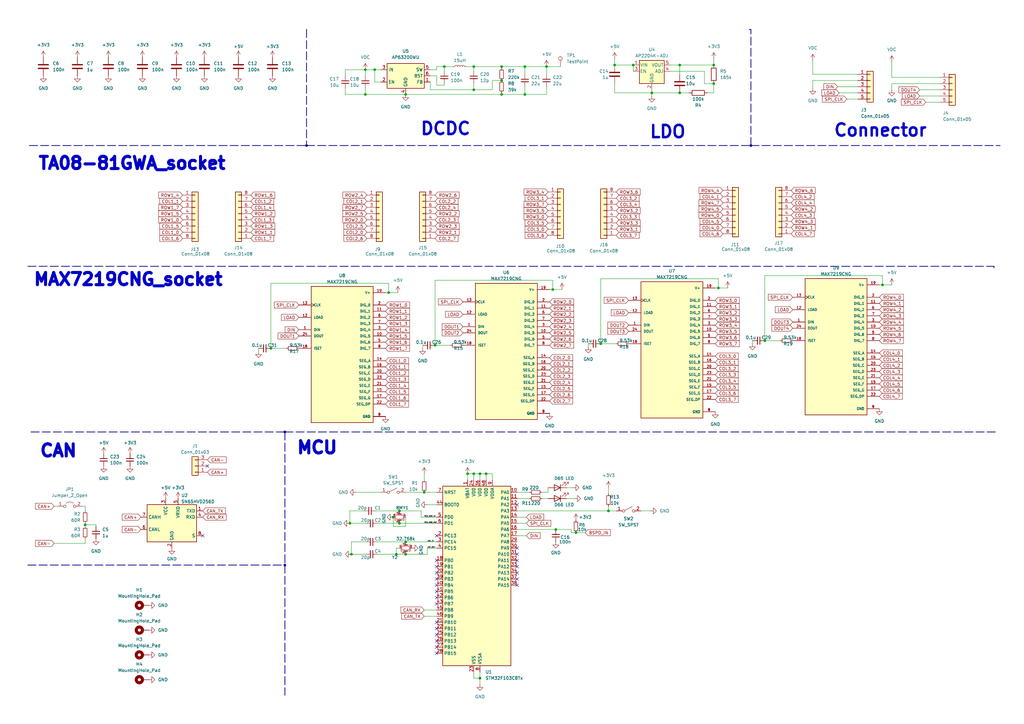
<source format=kicad_sch>
(kicad_sch (version 20230121) (generator eeschema)
  (paper "A3")
  (junction (at 278.765 26.67))
  (junction (at 149.86 38.735))
  (junction (at 116.84 231.775))
  (junction (at 163.83 214.63))
  (junction (at 313.69 139.7))
  (junction (at 267.335 38.1))
  (junction (at 144.145 227.33))
  (junction (at 196.85 278.13))
  (junction (at 227.965 217.17))
  (junction (at 182.245 27.305))
  (junction (at 246.38 140.97))
  (junction (at 196.85 194.31))
  (junction (at 159.385 120.015))
  (junction (at 194.31 27.305))
  (junction (at 194.31 36.83))
  (junction (at 162.56 227.33))
  (junction (at 143.51 214.63))
  (junction (at 215.265 27.305))
  (junction (at 361.95 116.84))
  (junction (at 173.99 201.93))
  (junction (at 149.86 28.575))
  (junction (at 191.77 194.31))
  (junction (at 194.31 194.31))
  (junction (at 111.125 142.875))
  (junction (at 292.735 26.67))
  (junction (at 199.39 194.31))
  (junction (at 205.74 27.305))
  (junction (at 178.435 141.605))
  (junction (at 236.22 218.44))
  (junction (at 249.555 209.55))
  (junction (at 294.64 118.11))
  (junction (at 166.37 222.25))
  (junction (at 292.735 34.29))
  (junction (at 166.37 227.33))
  (junction (at 259.715 26.67))
  (junction (at 215.265 38.735))
  (junction (at 252.095 26.67))
  (junction (at 34.925 215.265))
  (junction (at 161.29 212.09))
  (junction (at 116.84 177.165))
  (junction (at 163.83 209.55))
  (junction (at 153.67 28.575))
  (junction (at 205.74 33.02))
  (junction (at 307.975 59.69))
  (junction (at 226.695 118.745))
  (junction (at 205.74 38.735))
  (junction (at 125.73 59.69))
  (junction (at 278.765 38.1))
  (junction (at 224.155 27.305))
  (junction (at 166.37 38.735))
  (no_connect (at 85.09 191.135))
  (no_connect (at 212.09 207.01))
  (no_connect (at 179.07 237.49))
  (no_connect (at 179.07 255.27))
  (no_connect (at 179.07 234.95))
  (no_connect (at 179.07 245.11))
  (no_connect (at 179.07 232.41))
  (no_connect (at 212.09 234.95))
  (no_connect (at 179.07 219.71))
  (no_connect (at 179.07 247.65))
  (no_connect (at 212.09 229.87))
  (no_connect (at 179.07 257.81))
  (no_connect (at 179.07 240.03))
  (no_connect (at 212.09 232.41))
  (no_connect (at 212.09 237.49))
  (no_connect (at 179.07 260.35))
  (no_connect (at 212.09 240.03))
  (no_connect (at 212.09 227.33))
  (no_connect (at 179.07 265.43))
  (no_connect (at 179.07 267.97))
  (no_connect (at 212.09 224.79))
  (no_connect (at 179.07 229.87))
  (no_connect (at 179.07 242.57))
  (no_connect (at 83.185 219.71))
  (no_connect (at 179.07 262.89))
  (wire (pts (xy 163.83 209.55) (xy 172.72 209.55)))
  (wire (pts (xy 212.09 201.93) (xy 217.17 201.93)))
  (wire (pts (xy 166.37 222.25) (xy 179.07 222.25)))
  (wire (pts (xy 176.53 33.655) (xy 176.53 36.83)))
  (wire (pts (xy 224.155 27.305) (xy 229.87 27.305)))
  (wire (pts (xy 175.26 224.79) (xy 179.07 224.79)))
  (wire (pts (xy 201.93 33.02) (xy 205.74 33.02)))
  (wire (pts (xy 215.265 30.48) (xy 215.265 27.305)))
  (wire (pts (xy 278.765 38.1) (xy 282.575 38.1)))
  (wire (pts (xy 173.99 194.31) (xy 173.99 196.85)))
  (wire (pts (xy 234.315 218.44) (xy 236.22 218.44)))
  (wire (pts (xy 153.67 28.575) (xy 153.67 33.655)))
  (wire (pts (xy 294.64 114.3) (xy 246.38 114.3)))
  (wire (pts (xy 379.73 41.91) (xy 385.445 41.91)))
  (bus (pts (xy 407.67 109.22) (xy 407.67 109.855)))
  (bus (pts (xy 11.43 109.22) (xy 407.67 109.22)) (stroke (width 0) (type dash)))
  (wire (pts (xy 262.89 209.55) (xy 266.7 209.55)))
  (wire (pts (xy 154.94 222.25) (xy 166.37 222.25)))
  (wire (pts (xy 351.79 33.02) (xy 333.375 33.02)))
  (wire (pts (xy 141.605 28.575) (xy 149.86 28.575)))
  (wire (pts (xy 215.265 38.735) (xy 205.74 38.735)))
  (wire (pts (xy 226.695 118.745) (xy 230.505 118.745)))
  (bus (pts (xy 116.84 231.775) (xy 116.84 285.115)) (stroke (width 0) (type dash)))
  (wire (pts (xy 226.695 118.745) (xy 226.695 114.935)))
  (wire (pts (xy 278.765 26.67) (xy 278.765 30.48)))
  (wire (pts (xy 274.955 26.67) (xy 278.765 26.67)))
  (wire (pts (xy 143.51 214.63) (xy 149.86 214.63)))
  (wire (pts (xy 194.31 194.31) (xy 196.85 194.31)))
  (wire (pts (xy 361.95 116.84) (xy 365.76 116.84)))
  (wire (pts (xy 246.38 114.3) (xy 246.38 140.97)))
  (wire (pts (xy 267.335 36.83) (xy 267.335 38.1)))
  (wire (pts (xy 236.22 218.44) (xy 240.03 218.44)))
  (wire (pts (xy 166.37 212.09) (xy 166.37 215.9)))
  (wire (pts (xy 246.38 140.97) (xy 252.73 140.97)))
  (wire (pts (xy 173.355 141.605) (xy 173.355 142.875)))
  (wire (pts (xy 224.79 201.93) (xy 222.25 201.93)))
  (wire (pts (xy 215.265 35.56) (xy 215.265 38.735)))
  (wire (pts (xy 212.09 209.55) (xy 249.555 209.55)))
  (wire (pts (xy 377.19 36.83) (xy 385.445 36.83)))
  (wire (pts (xy 313.69 113.03) (xy 313.69 139.7)))
  (wire (pts (xy 199.39 194.31) (xy 201.93 194.31)))
  (wire (pts (xy 182.245 27.305) (xy 186.055 27.305)))
  (wire (pts (xy 144.145 227.33) (xy 144.145 222.25)))
  (wire (pts (xy 162.56 227.33) (xy 166.37 227.33)))
  (wire (pts (xy 179.07 34.925) (xy 182.245 34.925)))
  (wire (pts (xy 163.83 214.63) (xy 179.07 214.63)))
  (wire (pts (xy 194.31 278.13) (xy 196.85 278.13)))
  (wire (pts (xy 205.74 38.735) (xy 166.37 38.735)))
  (wire (pts (xy 199.39 194.31) (xy 199.39 196.85)))
  (wire (pts (xy 106.045 142.875) (xy 106.045 144.145)))
  (wire (pts (xy 161.29 215.9) (xy 161.29 212.09)))
  (wire (pts (xy 154.94 214.63) (xy 163.83 214.63)))
  (bus (pts (xy 125.73 59.69) (xy 307.975 59.69)) (stroke (width 0) (type dash)))
  (wire (pts (xy 141.605 38.735) (xy 149.86 38.735)))
  (wire (pts (xy 194.31 36.83) (xy 201.93 36.83)))
  (wire (pts (xy 343.535 35.56) (xy 351.79 35.56)))
  (wire (pts (xy 146.05 201.93) (xy 156.21 201.93)))
  (bus (pts (xy 116.84 177.165) (xy 408.94 177.165)) (stroke (width 0) (type dash)))
  (wire (pts (xy 172.72 212.09) (xy 172.72 209.55)))
  (wire (pts (xy 212.09 217.17) (xy 227.965 217.17)))
  (wire (pts (xy 196.85 275.59) (xy 196.85 278.13)))
  (wire (pts (xy 149.86 38.735) (xy 166.37 38.735)))
  (wire (pts (xy 172.72 212.09) (xy 179.07 212.09)))
  (wire (pts (xy 308.61 139.7) (xy 308.61 140.97)))
  (wire (pts (xy 252.095 38.1) (xy 267.335 38.1)))
  (wire (pts (xy 294.64 118.11) (xy 294.64 114.3)))
  (wire (pts (xy 162.56 224.79) (xy 162.56 227.33)))
  (bus (pts (xy 125.73 12.065) (xy 125.73 59.69)) (stroke (width 0) (type dash)))
  (bus (pts (xy 116.84 177.165) (xy 116.84 231.775)) (stroke (width 0) (type dash)))
  (wire (pts (xy 175.26 227.33) (xy 175.26 224.79)))
  (wire (pts (xy 22.225 207.645) (xy 23.495 207.645)))
  (wire (pts (xy 215.9 214.63) (xy 212.09 214.63)))
  (wire (pts (xy 292.735 24.13) (xy 292.735 26.67)))
  (wire (pts (xy 333.375 30.48) (xy 333.375 24.765)))
  (wire (pts (xy 196.85 278.13) (xy 196.85 280.67)))
  (wire (pts (xy 365.76 31.75) (xy 385.445 31.75)))
  (wire (pts (xy 33.655 207.645) (xy 34.925 207.645)))
  (wire (pts (xy 241.3 140.97) (xy 241.3 142.24)))
  (wire (pts (xy 267.335 38.1) (xy 267.335 39.37)))
  (wire (pts (xy 377.19 39.37) (xy 385.445 39.37)))
  (wire (pts (xy 252.095 34.29) (xy 252.095 38.1)))
  (wire (pts (xy 22.225 222.885) (xy 34.925 222.885)))
  (wire (pts (xy 179.07 27.305) (xy 179.07 28.575)))
  (wire (pts (xy 212.09 219.71) (xy 215.9 219.71)))
  (wire (pts (xy 179.07 27.305) (xy 182.245 27.305)))
  (wire (pts (xy 166.37 215.9) (xy 161.29 215.9)))
  (wire (pts (xy 225.425 118.745) (xy 226.695 118.745)))
  (wire (pts (xy 274.955 29.21) (xy 288.925 29.21)))
  (wire (pts (xy 333.375 30.48) (xy 351.79 30.48)))
  (wire (pts (xy 149.86 28.575) (xy 153.67 28.575)))
  (wire (pts (xy 249.555 209.55) (xy 252.73 209.55)))
  (wire (pts (xy 159.385 120.015) (xy 159.385 116.205)))
  (bus (pts (xy 12.7 177.165) (xy 116.84 177.165)) (stroke (width 0) (type dash)))
  (wire (pts (xy 153.67 33.655) (xy 156.21 33.655)))
  (wire (pts (xy 34.925 222.885) (xy 34.925 220.98)))
  (bus (pts (xy 11.43 231.775) (xy 116.84 231.775)) (stroke (width 0) (type dash)))
  (wire (pts (xy 205.74 38.1) (xy 205.74 38.735)))
  (wire (pts (xy 288.925 29.21) (xy 288.925 34.29)))
  (wire (pts (xy 292.735 38.1) (xy 292.735 34.29)))
  (wire (pts (xy 143.51 209.55) (xy 149.225 209.55)))
  (wire (pts (xy 182.245 34.925) (xy 182.245 34.29)))
  (wire (pts (xy 144.145 222.25) (xy 149.86 222.25)))
  (wire (pts (xy 290.195 38.1) (xy 292.735 38.1)))
  (wire (pts (xy 232.41 200.025) (xy 234.95 200.025)))
  (wire (pts (xy 196.85 194.31) (xy 199.39 194.31)))
  (wire (pts (xy 39.37 215.265) (xy 34.925 215.265)))
  (wire (pts (xy 191.77 194.31) (xy 191.77 196.85)))
  (wire (pts (xy 194.31 194.31) (xy 194.31 196.85)))
  (wire (pts (xy 159.385 116.205) (xy 111.125 116.205)))
  (wire (pts (xy 201.93 194.31) (xy 201.93 196.85)))
  (wire (pts (xy 111.125 142.875) (xy 117.475 142.875)))
  (wire (pts (xy 182.245 29.21) (xy 182.245 27.305)))
  (wire (pts (xy 361.95 116.84) (xy 361.95 113.03)))
  (wire (pts (xy 226.695 114.935) (xy 178.435 114.935)))
  (bus (pts (xy 307.975 59.69) (xy 410.21 59.69)) (stroke (width 0) (type dash)))
  (wire (pts (xy 232.41 204.47) (xy 235.585 204.47)))
  (wire (pts (xy 191.135 27.305) (xy 194.31 27.305)))
  (wire (pts (xy 224.155 35.56) (xy 224.155 38.735)))
  (wire (pts (xy 361.95 113.03) (xy 313.69 113.03)))
  (wire (pts (xy 163.83 224.79) (xy 162.56 224.79)))
  (wire (pts (xy 385.445 34.29) (xy 365.76 34.29)))
  (wire (pts (xy 143.51 214.63) (xy 143.51 209.55)))
  (wire (pts (xy 194.31 27.305) (xy 194.31 29.21)))
  (wire (pts (xy 294.64 118.11) (xy 298.45 118.11)))
  (wire (pts (xy 313.69 139.7) (xy 320.04 139.7)))
  (wire (pts (xy 234.315 217.17) (xy 234.315 218.44)))
  (wire (pts (xy 111.125 116.205) (xy 111.125 142.875)))
  (wire (pts (xy 159.385 120.015) (xy 163.195 120.015)))
  (wire (pts (xy 179.07 31.115) (xy 179.07 34.925)))
  (wire (pts (xy 365.76 31.75) (xy 365.76 25.4)))
  (wire (pts (xy 179.07 28.575) (xy 176.53 28.575)))
  (wire (pts (xy 365.76 34.29) (xy 365.76 36.83)))
  (bus (pts (xy 12.065 59.69) (xy 125.73 59.69)) (stroke (width 0) (type dash)))
  (wire (pts (xy 224.155 27.305) (xy 224.155 30.48)))
  (wire (pts (xy 227.965 217.17) (xy 234.315 217.17)))
  (wire (pts (xy 333.375 33.02) (xy 333.375 36.195)))
  (wire (pts (xy 360.68 116.84) (xy 361.95 116.84)))
  (wire (pts (xy 154.94 227.33) (xy 162.56 227.33)))
  (wire (pts (xy 249.555 200.025) (xy 249.555 202.565)))
  (wire (pts (xy 267.335 38.1) (xy 278.765 38.1)))
  (wire (pts (xy 347.345 40.64) (xy 351.79 40.64)))
  (wire (pts (xy 39.37 215.265) (xy 39.37 215.9)))
  (wire (pts (xy 212.09 204.47) (xy 217.17 204.47)))
  (wire (pts (xy 194.31 275.59) (xy 194.31 278.13)))
  (wire (pts (xy 176.53 36.83) (xy 194.31 36.83)))
  (wire (pts (xy 194.31 36.83) (xy 194.31 34.29)))
  (wire (pts (xy 178.435 114.935) (xy 178.435 141.605)))
  (wire (pts (xy 149.86 28.575) (xy 149.86 31.115)))
  (wire (pts (xy 158.115 120.015) (xy 159.385 120.015)))
  (wire (pts (xy 34.925 207.645) (xy 34.925 209.55)))
  (wire (pts (xy 293.37 118.11) (xy 294.64 118.11)))
  (wire (pts (xy 141.605 28.575) (xy 141.605 31.115)))
  (wire (pts (xy 205.74 27.94) (xy 205.74 27.305)))
  (wire (pts (xy 288.925 34.29) (xy 292.735 34.29)))
  (wire (pts (xy 344.17 38.1) (xy 351.79 38.1)))
  (wire (pts (xy 34.925 215.265) (xy 34.925 215.9)))
  (wire (pts (xy 173.99 201.93) (xy 179.07 201.93)))
  (wire (pts (xy 34.925 214.63) (xy 34.925 215.265)))
  (wire (pts (xy 215.265 38.735) (xy 224.155 38.735)))
  (wire (pts (xy 191.77 194.31) (xy 194.31 194.31)))
  (wire (pts (xy 141.605 36.195) (xy 141.605 38.735)))
  (wire (pts (xy 166.37 227.33) (xy 175.26 227.33)))
  (wire (pts (xy 149.86 36.195) (xy 149.86 38.735)))
  (wire (pts (xy 252.095 26.67) (xy 259.715 26.67)))
  (wire (pts (xy 252.095 24.13) (xy 252.095 26.67)))
  (wire (pts (xy 153.67 28.575) (xy 156.21 28.575)))
  (wire (pts (xy 278.765 26.67) (xy 292.735 26.67)))
  (wire (pts (xy 194.31 27.305) (xy 205.74 27.305)))
  (wire (pts (xy 173.99 252.73) (xy 179.07 252.73)))
  (wire (pts (xy 166.37 201.93) (xy 173.99 201.93)))
  (wire (pts (xy 259.715 26.67) (xy 259.715 29.21)))
  (wire (pts (xy 178.435 141.605) (xy 184.785 141.605)))
  (wire (pts (xy 222.25 204.47) (xy 224.79 204.47)))
  (wire (pts (xy 205.74 27.305) (xy 215.265 27.305)))
  (wire (pts (xy 249.555 209.55) (xy 249.555 207.645)))
  (wire (pts (xy 173.99 250.19) (xy 179.07 250.19)))
  (wire (pts (xy 175.26 207.01) (xy 179.07 207.01)))
  (wire (pts (xy 176.53 31.115) (xy 179.07 31.115)))
  (wire (pts (xy 154.305 209.55) (xy 163.83 209.55)))
  (wire (pts (xy 224.79 200.025) (xy 224.79 201.93)))
  (wire (pts (xy 201.93 36.83) (xy 201.93 33.02)))
  (wire (pts (xy 196.85 194.31) (xy 196.85 196.85)))
  (wire (pts (xy 144.145 227.33) (xy 149.86 227.33)))
  (bus (pts (xy 307.975 59.69) (xy 307.975 12.065)) (stroke (width 0) (type dash)))
  (wire (pts (xy 212.09 212.09) (xy 215.9 212.09)))
  (bus (pts (xy 307.34 12.065) (xy 307.975 12.065)) (stroke (width 0) (type dash)))
  (wire (pts (xy 215.265 27.305) (xy 224.155 27.305)))
  (text "Connector\n" (at 341.63 56.515 0) (effects (font (size 5 5) (thickness 1) bold) (justify left bottom)))
  (text "CAN" (at 15.875 187.96 0) (effects (font (size 5 5) (thickness 2) bold) (justify left bottom)))
  (text "MAX7219CNG_socket\n\n" (at 13.335 125.73 0) (effects (font (size 5 5) (thickness 2) bold) (justify left bottom)))
  (text "DCDC\n" (at 172.085 55.88 0) (effects (font (size 5 5) (thickness 1) bold) (justify left bottom)))
  (text "TA08-81GWA_socket\n\n" (at 15.24 78.105 0) (effects (font (size 5 5) (thickness 2) bold) (justify left bottom)))
  (text "LDO" (at 266.065 57.15 0) (effects (font (size 5 5) (thickness 1) bold) (justify left bottom)))
  (text "MCU\n" (at 121.285 186.69 0) (effects (font (size 5 5) (thickness 2) bold) (justify left bottom)))
  (label "LSE_IN" (at 175.26 222.25 0) (effects (font (size 0.5 0.5))))
  (label "RCC_OSC_OUT" (at 173.99 214.63 0) (effects (font (size 0.5 0.5))))
  (label "LSE_OUT" (at 175.26 224.79 0) (effects (font (size 0.5 0.5))))
  (label "RCC_OSC_IN" (at 173.99 212.09 0) (effects (font (size 0.5 0.5))))
  (global_label "ROW1_5" (shape input) (at 158.115 137.795 0) (property "Intersheetrefs" "${INTERSHEET_REFS}" (effects hide)))
  (global_label "ROW1_4" (shape input) (at 74.93 80.01 180) (property "Intersheetrefs" "${INTERSHEET_REFS}" (effects hide)))
  (global_label "SPI_CLK" (shape input) (at 122.555 125.095 180) (property "Intersheetrefs" "${INTERSHEET_REFS}" (effects hide)))
  (global_label "DOUT1" (shape input) (at 189.865 133.985 180) (property "Intersheetrefs" "${INTERSHEET_REFS}" (effects hide)))
  (global_label "COL3_5" (shape input) (at 224.79 91.44 180) (property "Intersheetrefs" "${INTERSHEET_REFS}" (effects hide)))
  (global_label "COL1_0" (shape input) (at 158.115 147.955 0) (property "Intersheetrefs" "${INTERSHEET_REFS}" (effects hide)))
  (global_label "COL2_6" (shape input) (at 150.495 97.79 180) (property "Intersheetrefs" "${INTERSHEET_REFS}" (effects hide)))
  (global_label "COL4_7" (shape input) (at 360.68 162.56 0) (property "Intersheetrefs" "${INTERSHEET_REFS}" (effects hide)))
  (global_label "ROW3_7" (shape input) (at 293.37 140.97 0) (property "Intersheetrefs" "${INTERSHEET_REFS}" (effects hide)))
  (global_label "ROW2_3" (shape input) (at 178.435 92.71 0) (property "Intersheetrefs" "${INTERSHEET_REFS}" (effects hide)))
  (global_label "ROW2_0" (shape input) (at 225.425 123.825 0) (property "Intersheetrefs" "${INTERSHEET_REFS}" (effects hide)))
  (global_label "COL1_2" (shape input) (at 158.115 153.035 0) (property "Intersheetrefs" "${INTERSHEET_REFS}" (effects hide)))
  (global_label "ROW1_6" (shape input) (at 158.115 140.335 0) (property "Intersheetrefs" "${INTERSHEET_REFS}" (effects hide)))
  (global_label "ROW3_0" (shape input) (at 224.79 88.9 180) (property "Intersheetrefs" "${INTERSHEET_REFS}" (effects hide)))
  (global_label "DOUT4" (shape input) (at 377.19 36.83 180) (property "Intersheetrefs" "${INTERSHEET_REFS}" (effects hide)))
  (global_label "COL3_6" (shape input) (at 224.79 96.52 180) (property "Intersheetrefs" "${INTERSHEET_REFS}" (effects hide)))
  (global_label "DIN" (shape input) (at 122.555 135.255 180) (property "Intersheetrefs" "${INTERSHEET_REFS}" (effects hide)))
  (global_label "LOAD" (shape input) (at 325.12 127 180) (property "Intersheetrefs" "${INTERSHEET_REFS}" (effects hide)))
  (global_label "LOAD" (shape input) (at 122.555 130.175 180) (property "Intersheetrefs" "${INTERSHEET_REFS}" (effects hide)))
  (global_label "COL2_4" (shape input) (at 178.435 85.09 0) (property "Intersheetrefs" "${INTERSHEET_REFS}" (effects hide)))
  (global_label "COL3_1" (shape input) (at 224.79 81.28 180) (property "Intersheetrefs" "${INTERSHEET_REFS}" (effects hide)))
  (global_label "ROW3_2" (shape input) (at 293.37 128.27 0) (property "Intersheetrefs" "${INTERSHEET_REFS}" (effects hide)))
  (global_label "ROW3_7" (shape input) (at 224.79 83.82 180) (property "Intersheetrefs" "${INTERSHEET_REFS}" (effects hide)))
  (global_label "SPI_CLK" (shape input) (at 379.73 41.91 180) (property "Intersheetrefs" "${INTERSHEET_REFS}" (effects hide)))
  (global_label "COL3_2" (shape input) (at 293.37 151.13 0) (property "Intersheetrefs" "${INTERSHEET_REFS}" (effects hide)))
  (global_label "COL2_6" (shape input) (at 225.425 161.925 0) (property "Intersheetrefs" "${INTERSHEET_REFS}" (effects hide)))
  (global_label "ROW3_6" (shape input) (at 293.37 138.43 0) (property "Intersheetrefs" "${INTERSHEET_REFS}" (effects hide)))
  (global_label "COL1_3" (shape input) (at 158.115 155.575 0) (property "Intersheetrefs" "${INTERSHEET_REFS}" (effects hide)))
  (global_label "DOUT3" (shape input) (at 325.12 132.08 180) (property "Intersheetrefs" "${INTERSHEET_REFS}" (effects hide)))
  (global_label "COL3_2" (shape input) (at 252.73 81.28 0) (property "Intersheetrefs" "${INTERSHEET_REFS}" (effects hide)))
  (global_label "CAN+" (shape input) (at 85.09 193.675 0) (property "Intersheetrefs" "${INTERSHEET_REFS}" (effects hide)))
  (global_label "ROW1_4" (shape input) (at 158.115 135.255 0) (property "Intersheetrefs" "${INTERSHEET_REFS}" (effects hide)))
  (global_label "COL4_4" (shape input) (at 360.68 154.94 0) (property "Intersheetrefs" "${INTERSHEET_REFS}" (effects hide)))
  (global_label "COL1_6" (shape input) (at 74.93 97.79 180) (property "Intersheetrefs" "${INTERSHEET_REFS}" (effects hide)))
  (global_label "ROW2_5" (shape input) (at 225.425 136.525 0) (property "Intersheetrefs" "${INTERSHEET_REFS}" (effects hide)))
  (global_label "CAN-" (shape input) (at 85.09 188.595 0) (property "Intersheetrefs" "${INTERSHEET_REFS}" (effects hide)))
  (global_label "ROW1_1" (shape input) (at 102.87 95.25 0) (property "Intersheetrefs" "${INTERSHEET_REFS}" (effects hide)))
  (global_label "CAN-" (shape input) (at 22.225 222.885 180) (property "Intersheetrefs" "${INTERSHEET_REFS}" (effects hide)))
  (global_label "ROW4_4" (shape input) (at 360.68 132.08 0) (property "Intersheetrefs" "${INTERSHEET_REFS}" (effects hide)))
  (global_label "COL3_4" (shape input) (at 293.37 156.21 0) (property "Intersheetrefs" "${INTERSHEET_REFS}" (effects hide)))
  (global_label "COL4_0" (shape input) (at 296.545 93.345 180) (property "Intersheetrefs" "${INTERSHEET_REFS}" (effects hide)))
  (global_label "COL4_4" (shape input) (at 324.485 83.185 0) (property "Intersheetrefs" "${INTERSHEET_REFS}" (effects hide)))
  (global_label "COL3_4" (shape input) (at 252.73 83.82 0) (property "Intersheetrefs" "${INTERSHEET_REFS}" (effects hide)))
  (global_label "COL1_5" (shape input) (at 158.115 160.655 0) (property "Intersheetrefs" "${INTERSHEET_REFS}" (effects hide)))
  (global_label "ROW3_3" (shape input) (at 252.73 91.44 0) (property "Intersheetrefs" "${INTERSHEET_REFS}" (effects hide)))
  (global_label "ROW1_3" (shape input) (at 102.87 92.71 0) (property "Intersheetrefs" "${INTERSHEET_REFS}" (effects hide)))
  (global_label "COL1_6" (shape input) (at 158.115 163.195 0) (property "Intersheetrefs" "${INTERSHEET_REFS}" (effects hide)))
  (global_label "COL1_4" (shape input) (at 102.87 85.09 0) (property "Intersheetrefs" "${INTERSHEET_REFS}" (effects hide)))
  (global_label "COL3_6" (shape input) (at 293.37 161.29 0) (property "Intersheetrefs" "${INTERSHEET_REFS}" (effects hide)))
  (global_label "ROW4_6" (shape input) (at 324.485 78.105 0) (property "Intersheetrefs" "${INTERSHEET_REFS}" (effects hide)))
  (global_label "DOUT3" (shape input) (at 257.81 135.89 180) (property "Intersheetrefs" "${INTERSHEET_REFS}" (effects hide)))
  (global_label "ROW1_1" (shape input) (at 158.115 127.635 0) (property "Intersheetrefs" "${INTERSHEET_REFS}" (effects hide)))
  (global_label "COL2_4" (shape input) (at 225.425 156.845 0) (property "Intersheetrefs" "${INTERSHEET_REFS}" (effects hide)))
  (global_label "ROW3_2" (shape input) (at 252.73 86.36 0) (property "Intersheetrefs" "${INTERSHEET_REFS}" (effects hide)))
  (global_label "ROW2_1" (shape input) (at 225.425 126.365 0) (property "Intersheetrefs" "${INTERSHEET_REFS}" (effects hide)))
  (global_label "ROW4_5" (shape input) (at 360.68 134.62 0) (property "Intersheetrefs" "${INTERSHEET_REFS}" (effects hide)))
  (global_label "CAN_TX" (shape input) (at 173.99 252.73 180) (property "Intersheetrefs" "${INTERSHEET_REFS}" (effects hide)))
  (global_label "ROW1_7" (shape input) (at 74.93 85.09 180) (property "Intersheetrefs" "${INTERSHEET_REFS}" (effects hide)))
  (global_label "COL3_5" (shape input) (at 293.37 158.75 0) (property "Intersheetrefs" "${INTERSHEET_REFS}" (effects hide)))
  (global_label "COL4_2" (shape input) (at 360.68 149.86 0) (property "Intersheetrefs" "${INTERSHEET_REFS}" (effects hide)))
  (global_label "COL3_0" (shape input) (at 293.37 146.05 0) (property "Intersheetrefs" "${INTERSHEET_REFS}" (effects hide)))
  (global_label "COL2_2" (shape input) (at 225.425 151.765 0) (property "Intersheetrefs" "${INTERSHEET_REFS}" (effects hide)))
  (global_label "LOAD" (shape input) (at 377.19 39.37 180) (property "Intersheetrefs" "${INTERSHEET_REFS}" (effects hide)))
  (global_label "ROW3_1" (shape input) (at 293.37 125.73 0) (property "Intersheetrefs" "${INTERSHEET_REFS}" (effects hide)))
  (global_label "COL2_1" (shape input) (at 150.495 82.55 180) (property "Intersheetrefs" "${INTERSHEET_REFS}" (effects hide)))
  (global_label "SPI_CLK" (shape input) (at 189.865 123.825 180) (property "Intersheetrefs" "${INTERSHEET_REFS}" (effects hide)))
  (global_label "COL4_5" (shape input) (at 296.545 90.805 180) (property "Intersheetrefs" "${INTERSHEET_REFS}" (effects hide)))
  (global_label "ROW3_5" (shape input) (at 224.79 86.36 180) (property "Intersheetrefs" "${INTERSHEET_REFS}" (effects hide)))
  (global_label "LOAD" (shape input) (at 189.865 128.905 180) (property "Intersheetrefs" "${INTERSHEET_REFS}" (effects hide)))
  (global_label "COL2_3" (shape input) (at 178.435 90.17 0) (property "Intersheetrefs" "${INTERSHEET_REFS}" (effects hide)))
  (global_label "ROW1_5" (shape input) (at 74.93 87.63 180) (property "Intersheetrefs" "${INTERSHEET_REFS}" (effects hide)))
  (global_label "COL4_7" (shape input) (at 324.485 95.885 0) (property "Intersheetrefs" "${INTERSHEET_REFS}" (effects hide)))
  (global_label "COL3_7" (shape input) (at 293.37 163.83 0) (property "Intersheetrefs" "${INTERSHEET_REFS}" (effects hide)))
  (global_label "LOAD" (shape input) (at 215.9 212.09 0) (property "Intersheetrefs" "${INTERSHEET_REFS}" (effects hide)))
  (global_label "DOUT2" (shape input) (at 257.81 133.35 180) (property "Intersheetrefs" "${INTERSHEET_REFS}" (effects hide)))
  (global_label "COL4_6" (shape input) (at 296.545 95.885 180) (property "Intersheetrefs" "${INTERSHEET_REFS}" (effects hide)))
  (global_label "ROW2_2" (shape input) (at 178.435 87.63 0) (property "Intersheetrefs" "${INTERSHEET_REFS}" (effects hide)))
  (global_label "ROW4_0" (shape input) (at 360.68 121.92 0) (property "Intersheetrefs" "${INTERSHEET_REFS}" (effects hide)))
  (global_label "ROW2_5" (shape input) (at 150.495 87.63 180) (property "Intersheetrefs" "${INTERSHEET_REFS}" (effects hide)))
  (global_label "SPI_CLK" (shape input) (at 257.81 123.19 180) (property "Intersheetrefs" "${INTERSHEET_REFS}" (effects hide)))
  (global_label "DIN" (shape input) (at 343.535 35.56 180) (property "Intersheetrefs" "${INTERSHEET_REFS}" (effects hide)))
  (global_label "ROW3_4" (shape input) (at 224.79 78.74 180) (property "Intersheetrefs" "${INTERSHEET_REFS}" (effects hide)))
  (global_label "CAN-" (shape input) (at 57.785 217.17 180) (property "Intersheetrefs" "${INTERSHEET_REFS}" (effects hide)))
  (global_label "COL2_5" (shape input) (at 225.425 159.385 0) (property "Intersheetrefs" "${INTERSHEET_REFS}" (effects hide)))
  (global_label "COL4_3" (shape input) (at 324.485 88.265 0) (property "Intersheetrefs" "${INTERSHEET_REFS}" (effects hide)))
  (global_label "COL1_2" (shape input) (at 102.87 82.55 0) (property "Intersheetrefs" "${INTERSHEET_REFS}" (effects hide)))
  (global_label "COL2_7" (shape input) (at 178.435 97.79 0) (property "Intersheetrefs" "${INTERSHEET_REFS}" (effects hide)))
  (global_label "ROW4_1" (shape input) (at 324.485 93.345 0) (property "Intersheetrefs" "${INTERSHEET_REFS}" (effects hide)))
  (global_label "CAN_RX" (shape input) (at 173.99 250.19 180) (property "Intersheetrefs" "${INTERSHEET_REFS}" (effects hide)))
  (global_label "SPI_CLK" (shape input) (at 325.12 121.92 180) (property "Intersheetrefs" "${INTERSHEET_REFS}" (effects hide)))
  (global_label "ROW3_6" (shape input) (at 252.73 78.74 0) (property "Intersheetrefs" "${INTERSHEET_REFS}" (effects hide)))
  (global_label "COL2_1" (shape input) (at 225.425 149.225 0) (property "Intersheetrefs" "${INTERSHEET_REFS}" (effects hide)))
  (global_label "COL4_0" (shape input) (at 360.68 144.78 0) (property "Intersheetrefs" "${INTERSHEET_REFS}" (effects hide)))
  (global_label "COL1_7" (shape input) (at 102.87 97.79 0) (property "Intersheetrefs" "${INTERSHEET_REFS}" (effects hide)))
  (global_label "ROW2_1" (shape input) (at 178.435 95.25 0) (property "Intersheetrefs" "${INTERSHEET_REFS}" (effects hide)))
  (global_label "ROW4_0" (shape input) (at 296.545 88.265 180) (property "Intersheetrefs" "${INTERSHEET_REFS}" (effects hide)))
  (global_label "ROW1_2" (shape input) (at 158.115 130.175 0) (property "Intersheetrefs" "${INTERSHEET_REFS}" (effects hide)))
  (global_label "DIN" (shape input) (at 215.9 219.71 0) (property "Intersheetrefs" "${INTERSHEET_REFS}" (effects hide)))
  (global_label "CAN_TX" (shape input) (at 83.185 209.55 0) (property "Intersheetrefs" "${INTERSHEET_REFS}" (effects hide)))
  (global_label "COL4_6" (shape input) (at 360.68 160.02 0) (property "Intersheetrefs" "${INTERSHEET_REFS}" (effects hide)))
  (global_label "COL3_3" (shape input) (at 293.37 153.67 0) (property "Intersheetrefs" "${INTERSHEET_REFS}" (effects hide)))
  (global_label "ROW2_0" (shape input) (at 150.495 90.17 180) (property "Intersheetrefs" "${INTERSHEET_REFS}" (effects hide)))
  (global_label "SPI_CLK" (shape input) (at 347.345 40.64 180) (property "Intersheetrefs" "${INTERSHEET_REFS}" (effects hide)))
  (global_label "ROW1_0" (shape input) (at 158.115 125.095 0) (property "Intersheetrefs" "${INTERSHEET_REFS}" (effects hide)))
  (global_label "ROW3_0" (shape input) (at 293.37 123.19 0) (property "Intersheetrefs" "${INTERSHEET_REFS}" (effects hide)))
  (global_label "COL1_7" (shape input) (at 158.115 165.735 0) (property "Intersheetrefs" "${INTERSHEET_REFS}" (effects hide)))
  (global_label "COL1_0" (shape input) (at 74.93 95.25 180) (property "Intersheetrefs" "${INTERSHEET_REFS}" (effects hide)))
  (global_label "COL1_1" (shape input) (at 74.93 82.55 180) (property "Intersheetrefs" "${INTERSHEET_REFS}" (effects hide)))
  (global_label "ROW4_3" (shape input) (at 360.68 129.54 0) (property "Intersheetrefs" "${INTERSHEET_REFS}" (effects hide)))
  (global_label "COL1_1" (shape input) (at 158.115 150.495 0) (property "Intersheetrefs" "${INTERSHEET_REFS}" (effects hide)))
  (global_label "ROW4_7" (shape input) (at 360.68 139.7 0) (property "Intersheetrefs" "${INTERSHEET_REFS}" (effects hide)))
  (global_label "ROW1_2" (shape input) (at 102.87 87.63 0) (property "Intersheetrefs" "${INTERSHEET_REFS}" (effects hide)))
  (global_label "ROW3_4" (shape input) (at 293.37 133.35 0) (property "Intersheetrefs" "${INTERSHEET_REFS}" (effects hide)))
  (global_label "COL2_2" (shape input) (at 178.435 82.55 0) (property "Intersheetrefs" "${INTERSHEET_REFS}" (effects hide)))
  (global_label "COL2_0" (shape input) (at 225.425 146.685 0) (property "Intersheetrefs" "${INTERSHEET_REFS}" (effects hide)))
  (global_label "LOAD" (shape input) (at 257.81 128.27 180) (property "Intersheetrefs" "${INTERSHEET_REFS}" (effects hide)))
  (global_label "ROW1_0" (shape input) (at 74.93 90.17 180) (property "Intersheetrefs" "${INTERSHEET_REFS}" (effects hide)))
  (global_label "CAN_RX" (shape input) (at 83.185 212.09 0) (property "Intersheetrefs" "${INTERSHEET_REFS}" (effects hide)))
  (global_label "BSPD_IN" (shape input) (at 240.03 218.44 0) (property "Intersheetrefs" "${INTERSHEET_REFS}" (effects hide)))
  (global_label "CAN+" (shape input) (at 57.785 212.09 180) (property "Intersheetrefs" "${INTERSHEET_REFS}" (effects hide)))
  (global_label "COL1_3" (shape input) (at 102.87 90.17 0) (property "Intersheetrefs" "${INTERSHEET_REFS}" (effects hide)))
  (global_label "ROW2_6" (shape input) (at 225.425 139.065 0) (property "Intersheetrefs" "${INTERSHEET_REFS}" (effects hide)))
  (global_label "COL1_4" (shape input) (at 158.115 158.115 0) (property "Intersheetrefs" "${INTERSHEET_REFS}" (effects hide)))
  (global_label "ROW1_6" (shape input) (at 102.87 80.01 0) (property "Intersheetrefs" "${INTERSHEET_REFS}" (effects hide)))
  (global_label "COL4_1" (shape input) (at 296.545 80.645 180) (property "Intersheetrefs" "${INTERSHEET_REFS}" (effects hide)))
  (global_label "ROW2_4" (shape input) (at 225.425 133.985 0) (property "Intersheetrefs" "${INTERSHEET_REFS}" (effects hide)))
  (global_label "ROW4_3" (shape input) (at 324.485 90.805 0) (property "Intersheetrefs" "${INTERSHEET_REFS}" (effects hide)))
  (global_label "ROW1_7" (shape input) (at 158.115 142.875 0) (property "Intersheetrefs" "${INTERSHEET_REFS}" (effects hide)))
  (global_label "COL2_3" (shape input) (at 225.425 154.305 0) (property "Intersheetrefs" "${INTERSHEET_REFS}" (effects hide)))
  (global_label "ROW4_2" (shape input) (at 360.68 127 0) (property "Intersheetrefs" "${INTERSHEET_REFS}" (effects hide)))
  (global_label "ROW4_4" (shape input) (at 296.545 78.105 180) (property "Intersheetrefs" "${INTERSHEET_REFS}" (effects hide)))
  (global_label "DOUT4" (shape input) (at 325.12 134.62 180) (property "Intersheetrefs" "${INTERSHEET_REFS}" (effects hide)))
  (global_label "ROW4_6" (shape input) (at 360.68 137.16 0) (property "Intersheetrefs" "${INTERSHEET_REFS}" (effects hide)))
  (global_label "ROW4_5" (shape input) (at 296.545 85.725 180) (property "Intersheetrefs" "${INTERSHEET_REFS}" (effects hide)))
  (global_label "ROW4_7" (shape input) (at 296.545 83.185 180) (property "Intersheetrefs" "${INTERSHEET_REFS}" (effects hide)))
  (global_label "ROW2_7" (shape input) (at 150.495 85.09 180) (property "Intersheetrefs" "${INTERSHEET_REFS}" (effects hide)))
  (global_label "ROW3_3" (shape input) (at 293.37 130.81 0) (property "Intersheetrefs" "${INTERSHEET_REFS}" (effects hide)))
  (global_label "ROW4_2" (shape input) (at 324.485 85.725 0) (property "Intersheetrefs" "${INTERSHEET_REFS}" (effects hide)))
  (global_label "COL1_5" (shape input) (at 74.93 92.71 180) (property "Intersheetrefs" "${INTERSHEET_REFS}" (effects hide)))
  (global_label "COL2_7" (shape input) (at 225.425 164.465 0) (property "Intersheetrefs" "${INTERSHEET_REFS}" (effects hide)))
  (global_label "ROW3_5" (shape input) (at 293.37 135.89 0) (property "Intersheetrefs" "${INTERSHEET_REFS}" (effects hide)))
  (global_label "COL4_3" (shape input) (at 360.68 152.4 0) (property "Intersheetrefs" "${INTERSHEET_REFS}" (effects hide)))
  (global_label "ROW4_1" (shape input) (at 360.68 124.46 0) (property "Intersheetrefs" "${INTERSHEET_REFS}" (effects hide)))
  (global_label "LOAD" (shape input) (at 344.17 38.1 180) (property "Intersheetrefs" "${INTERSHEET_REFS}" (effects hide)))
  (global_label "COL2_5" (shape input) (at 150.495 92.71 180) (property "Intersheetrefs" "${INTERSHEET_REFS}" (effects hide)))
  (global_label "COL4_5" (shape input) (at 360.68 157.48 0) (property "Intersheetrefs" "${INTERSHEET_REFS}" (effects hide)))
  (global_label "CAN+" (shape input) (at 22.225 207.645 180) (property "Intersheetrefs" "${INTERSHEET_REFS}" (effects hide)))
  (global_label "ROW2_3" (shape input) (at 225.425 131.445 0) (property "Intersheetrefs" "${INTERSHEET_REFS}" (effects hide)))
  (global_label "ROW2_7" (shape input) (at 225.425 141.605 0) (property "Intersheetrefs" "${INTERSHEET_REFS}" (effects hide)))
  (global_label "COL4_2" (shape input) (at 324.485 80.645 0) (property "Intersheetrefs" "${INTERSHEET_REFS}" (effects hide)))
  (global_label "COL2_0" (shape input) (at 150.495 95.25 180) (property "Intersheetrefs" "${INTERSHEET_REFS}" (effects hide)))
  (global_label "COL4_1" (shape input) (at 360.68 147.32 0) (property "Intersheetrefs" "${INTERSHEET_REFS}" (effects hide)))
  (global_label "ROW3_1" (shape input) (at 252.73 93.98 0) (property "Intersheetrefs" "${INTERSHEET_REFS}" (effects hide)))
  (global_label "SPI_CLK" (shape input) (at 215.9 214.63 0) (property "Intersheetrefs" "${INTERSHEET_REFS}" (effects hide)))
  (global_label "COL3_1" (shape input) (at 293.37 148.59 0) (property "Intersheetrefs" "${INTERSHEET_REFS}" (effects hide)))
  (global_label "COL3_7" (shape input) (at 252.73 96.52 0) (property "Intersheetrefs" "${INTERSHEET_REFS}" (effects hide)))
  (global_label "ROW2_4" (shape input) (at 150.495 80.01 180) (property "Intersheetrefs" "${INTERSHEET_REFS}" (effects hide)))
  (global_label "COL3_0" (shape input) (at 224.79 93.98 180) (property "Intersheetrefs" "${INTERSHEET_REFS}" (effects hide)))
  (global_label "ROW2_6" (shape input) (at 178.435 80.01 0) (property "Intersheetrefs" "${INTERSHEET_REFS}" (effects hide)))
  (global_label "DOUT2" (shape input) (at 189.865 136.525 180) (property "Intersheetrefs" "${INTERSHEET_REFS}" (effects hide)))
  (global_label "ROW2_2" (shape input) (at 225.425 128.905 0) (property "Intersheetrefs" "${INTERSHEET_REFS}" (effects hide)))
  (global_label "COL3_3" (shape input) (at 252.73 88.9 0) (property "Intersheetrefs" "${INTERSHEET_REFS}" (effects hide)))
  (global_label "DOUT1" (shape input) (at 122.555 137.795 180) (property "Intersheetrefs" "${INTERSHEET_REFS}" (effects hide)))
  (global_label "ROW1_3" (shape input) (at 158.115 132.715 0) (property "Intersheetrefs" "${INTERSHEET_REFS}" (effects hide)))
  (symbol (lib_id "power:+3V3") (at 111.76 23.495 0) (unit 1)
    (property "Reference" "#PWR032" (effects hide))
    (property "Value" "+3V3" (at 111.76 19.05 0))
  )
  (symbol (lib_id "Device:C_Small") (at 215.265 33.02 0) (unit 1)
    (property "Reference" "C21" (at 217.805 31.7563 0) (effects (justify left)))
    (property "Value" "22u" (at 217.805 34.2963 0) (effects (justify left)))
    (property "Footprint" "Capacitor_SMD:C_0805_2012Metric" (effects hide))
  )
  (symbol (lib_id "Device:C_Small") (at 311.15 139.7 270) (unit 1)
    (property "Reference" "C29" (at 314.325 138.43 90))
    (property "Value" "0.1u" (at 307.975 138.43 90))
    (property "Footprint" "Capacitor_SMD:C_0603_1608Metric" (effects hide))
  )
  (symbol (lib_id "Device:C_Small") (at 42.545 188.595 0) (unit 1)
    (property "Reference" "C23" (at 45.085 187.3313 0) (effects (justify left)))
    (property "Value" "100n" (at 45.085 189.8713 0) (effects (justify left)))
    (property "Footprint" "Capacitor_SMD:C_0603_1608Metric" (effects hide))
  )
  (symbol (lib_id "power:+5V") (at 298.45 118.11 0) (unit 1)
    (property "Reference" "#PWR068" (effects hide))
    (property "Value" "+5V" (at 298.45 113.03 0))
  )
  (symbol (lib_id "Device:R") (at 292.735 30.48 0) (unit 1)
    (property "Reference" "R5" (at 295.275 29.21 0) (effects (justify left)))
    (property "Value" "165k" (at 295.275 31.75 0) (effects (justify left)))
    (property "Footprint" "Resistor_SMD:R_0603_1608Metric" (effects hide))
  )
  (symbol (lib_id "power:GND") (at 53.34 191.135 0) (mirror y) (unit 1)
    (property "Reference" "#PWR048" (effects hide))
    (property "Value" "GND" (at 53.34 196.215 0))
  )
  (symbol (lib_id "power:GND") (at 227.965 222.25 0) (unit 1)
    (property "Reference" "#PWR035" (effects hide))
    (property "Value" "GND" (at 227.965 226.695 0))
  )
  (symbol (lib_id "power:+5V") (at 97.79 23.495 0) (unit 1)
    (property "Reference" "#PWR030" (effects hide))
    (property "Value" "+5V" (at 97.79 19.05 0))
  )
  (symbol (lib_id "MAX7219CNG:MAX7219CNG") (at 140.335 145.415 0) (unit 1)
    (property "Reference" "U8" (at 140.335 113.03 0))
    (property "Value" "MAX7219CNG" (at 140.335 115.57 0))
    (property "Footprint" "Package_DIP:DIP-24_W7.62mm_Socket" (effects hide))
    (property "MF" "Analog Devices" (effects hide))
    (property "MAXIMUM_PACKAGE_HEIGHT" "4.57mm" (effects hide))
    (property "CREATOR" "DIZAR" (effects hide))
    (property "Price" "None" (effects hide))
    (property "Package" "DIP-24 Maxim Integrated" (effects hide))
    (property "Check_prices" "https://www.snapeda.com/parts/MAX7219CNG/Analog+Devices/view-part/?ref=eda" (effects hide))
    (property "STANDARD" "IPC-7351B" (effects hide))
    (property "PARTREV" "6" (effects hide))
    (property "SnapEDA_Link" "https://www.snapeda.com/parts/MAX7219CNG/Analog+Devices/view-part/?ref=snap" (effects hide))
    (property "MP" "MAX7219CNG" (effects hide))
    (property "Description" "\n                        \n                            IC DRVR 7 SEGMENT 8 DIGIT 24DIP\n                        \n" (effects hide))
    (property "MANUFACTURER" "Analog Devices" (effects hide))
    (property "Availability" "In Stock" (effects hide))
    (property "SNAPEDA_PN" "MAX7219CNG" (effects hide))
  )
  (symbol (lib_id "MAX7219CNG:MAX7219CNG") (at 342.9 142.24 0) (unit 1)
    (property "Reference" "U9" (at 342.9 109.855 0))
    (property "Value" "MAX7219CNG" (at 342.9 112.395 0))
    (property "Footprint" "Package_DIP:DIP-24_W7.62mm_Socket" (effects hide))
    (property "MF" "Analog Devices" (effects hide))
    (property "MAXIMUM_PACKAGE_HEIGHT" "4.57mm" (effects hide))
    (property "CREATOR" "DIZAR" (effects hide))
    (property "Price" "None" (effects hide))
    (property "Package" "DIP-24 Maxim Integrated" (effects hide))
    (property "Check_prices" "https://www.snapeda.com/parts/MAX7219CNG/Analog+Devices/view-part/?ref=eda" (effects hide))
    (property "STANDARD" "IPC-7351B" (effects hide))
    (property "PARTREV" "6" (effects hide))
    (property "SnapEDA_Link" "https://www.snapeda.com/parts/MAX7219CNG/Analog+Devices/view-part/?ref=snap" (effects hide))
    (property "MP" "MAX7219CNG" (effects hide))
    (property "Description" "\n                        \n                            IC DRVR 7 SEGMENT 8 DIGIT 24DIP\n                        \n" (effects hide))
    (property "MANUFACTURER" "Analog Devices" (effects hide))
    (property "Availability" "In Stock" (effects hide))
    (property "SNAPEDA_PN" "MAX7219CNG" (effects hide))
  )
  (symbol (lib_id "Device:R_Small") (at 236.22 215.9 0) (unit 1)
    (property "Reference" "R6" (at 240.03 215.265 0) (effects (justify right)))
    (property "Value" "10k" (at 240.665 217.17 0) (effects (justify right)))
    (property "Footprint" "Resistor_SMD:R_0603_1608Metric" (effects hide))
  )
  (symbol (lib_id "power:GND") (at 168.91 224.79 90) (unit 1)
    (property "Reference" "#PWR07" (effects hide))
    (property "Value" "GND" (at 172.72 223.52 0) (effects (justify right)))
  )
  (symbol (lib_id "Device:C_Small") (at 149.86 33.655 0) (mirror y) (unit 1)
    (property "Reference" "C18" (at 147.32 32.3913 0) (effects (justify left)))
    (property "Value" "10u" (at 147.32 34.9313 0) (effects (justify left)))
    (property "Footprint" "Capacitor_SMD:C_0805_2012Metric" (effects hide))
  )
  (symbol (lib_id "power:GND") (at 266.7 209.55 90) (unit 1)
    (property "Reference" "#PWR043" (effects hide))
    (property "Value" "GND" (at 270.51 209.55 90) (effects (justify right)))
  )
  (symbol (lib_id "Connector_Generic:Conn_01x08") (at 229.87 86.36 0) (unit 1)
    (property "Reference" "J10" (at 227.965 100.965 0) (effects (justify left)))
    (property "Value" "Conn_01x08" (at 224.155 102.87 0) (effects (justify left)))
    (property "Footprint" "Connector_PinSocket_2.54mm:PinSocket_1x08_P2.54mm_Vertical" (effects hide))
  )
  (symbol (lib_id "Mechanical:MountingHole_Pad") (at 58.42 248.285 90) (unit 1)
    (property "Reference" "H1" (at 57.15 241.935 90))
    (property "Value" "MountingHole_Pad" (at 57.15 244.475 90))
    (property "Footprint" "MountingHole:MountingHole_3.2mm_M3_ISO14580_Pad" (effects hide))
  )
  (symbol (lib_id "Device:R_Small") (at 219.71 201.93 90) (unit 1)
    (property "Reference" "R9" (at 213.995 200.66 90) (effects (justify right)))
    (property "Value" "220" (at 217.17 200.025 90) (effects (justify right)))
    (property "Footprint" "Resistor_SMD:R_0603_1608Metric" (effects hide))
  )
  (symbol (lib_id "power:GND") (at 60.96 268.605 90) (unit 1)
    (property "Reference" "#PWR015" (effects hide))
    (property "Value" "GND" (at 64.77 268.605 90) (effects (justify right)))
  )
  (symbol (lib_id "power:VDC") (at 365.76 25.4 0) (unit 1)
    (property "Reference" "#PWR046" (effects hide))
    (property "Value" "VDC" (at 365.76 20.32 0))
  )
  (symbol (lib_id "Device:C_Small") (at 175.895 141.605 270) (unit 1)
    (property "Reference" "C26" (at 179.07 140.335 90))
    (property "Value" "0.1u" (at 172.72 140.335 90))
    (property "Footprint" "Capacitor_SMD:C_0603_1608Metric" (effects hide))
  )
  (symbol (lib_id "power:GND") (at 60.96 278.765 90) (unit 1)
    (property "Reference" "#PWR016" (effects hide))
    (property "Value" "GND" (at 64.77 278.765 90) (effects (justify right)))
  )
  (symbol (lib_id "Device:C_Small") (at 152.4 227.33 270) (unit 1)
    (property "Reference" "C4" (at 154.94 226.06 90))
    (property "Value" "20p" (at 149.86 228.6 90))
    (property "Footprint" "Capacitor_SMD:C_0603_1608Metric" (effects hide))
  )
  (symbol (lib_id "power:GND") (at 225.425 169.545 0) (unit 1)
    (property "Reference" "#PWR061" (effects hide))
    (property "Value" "GND" (at 225.425 174.625 0))
  )
  (symbol (lib_id "power:+3V3") (at 44.45 23.495 0) (unit 1)
    (property "Reference" "#PWR022" (effects hide))
    (property "Value" "+3V3" (at 44.45 18.415 0))
  )
  (symbol (lib_id "power:GND") (at 333.375 36.195 0) (unit 1)
    (property "Reference" "#PWR044" (effects hide))
    (property "Value" "GND" (at 333.375 41.275 0))
  )
  (symbol (lib_id "Connector_Generic:Conn_01x08") (at 173.355 90.17 180) (unit 1)
    (property "Reference" "J15" (at 173.355 101.6 0))
    (property "Value" "Conn_01x08" (at 173.355 104.14 0))
    (property "Footprint" "Connector_PinSocket_2.54mm:PinSocket_1x08_P2.54mm_Vertical" (effects hide))
  )
  (symbol (lib_id "power:+3V3") (at 72.39 23.495 0) (unit 1)
    (property "Reference" "#PWR026" (effects hide))
    (property "Value" "+3V3" (at 72.39 18.415 0))
  )
  (symbol (lib_id "Connector:TestPoint") (at 229.87 27.305 0) (unit 1)
    (property "Reference" "TP1" (at 232.41 22.733 0) (effects (justify left)))
    (property "Value" "TestPoint" (at 232.41 25.273 0) (effects (justify left)))
    (property "Footprint" "TestPoint:TestPoint_THTPad_D1.5mm_Drill0.7mm" (effects hide))
  )
  (symbol (lib_id "power:GND") (at 235.585 204.47 90) (unit 1)
    (property "Reference" "#PWR049" (effects hide))
    (property "Value" "GND" (at 239.395 204.47 90) (effects (justify right)))
  )
  (symbol (lib_id "power:+3V3") (at 73.025 204.47 0) (unit 1)
    (property "Reference" "#PWR012" (effects hide))
    (property "Value" "+3V3" (at 73.025 200.025 0))
  )
  (symbol (lib_id "Device:R_Small") (at 187.325 141.605 90) (unit 1)
    (property "Reference" "R15" (at 186.055 142.875 90) (effects (justify right)))
    (property "Value" "9.53k" (at 186.055 140.335 90) (effects (justify right)))
    (property "Footprint" "Resistor_SMD:R_0603_1608Metric" (effects hide))
  )
  (symbol (lib_id "Connector_Generic:Conn_01x08") (at 97.79 90.17 180) (unit 1)
    (property "Reference" "J14" (at 97.79 101.6 0))
    (property "Value" "Conn_01x08" (at 97.79 104.14 0))
    (property "Footprint" "Connector_PinSocket_2.54mm:PinSocket_1x08_P2.54mm_Vertical" (effects hide))
  )
  (symbol (lib_id "Mechanical:MountingHole_Pad") (at 58.42 268.605 90) (unit 1)
    (property "Reference" "H3" (at 57.15 262.255 90))
    (property "Value" "MountingHole_Pad" (at 57.15 264.795 90))
    (property "Footprint" "MountingHole:MountingHole_3.2mm_M3_ISO14580_Pad" (effects hide))
  )
  (symbol (lib_id "power:+5V") (at 42.545 186.055 0) (unit 1)
    (property "Reference" "#PWR052" (effects hide))
    (property "Value" "+5V" (at 42.545 181.61 0))
  )
  (symbol (lib_id "Device:C") (at 58.42 27.305 0) (unit 1)
    (property "Reference" "C9" (at 62.23 26.035 0) (effects (justify left)))
    (property "Value" "100n" (at 62.23 28.575 0) (effects (justify left)))
    (property "Footprint" "Resistor_SMD:R_0603_1608Metric" (effects hide))
  )
  (symbol (lib_id "Device:C") (at 72.39 27.305 0) (unit 1)
    (property "Reference" "C10" (at 76.2 26.035 0) (effects (justify left)))
    (property "Value" "100n" (at 76.2 28.575 0) (effects (justify left)))
    (property "Footprint" "Resistor_SMD:R_0603_1608Metric" (effects hide))
  )
  (symbol (lib_id "power:GND") (at 293.37 168.91 0) (unit 1)
    (property "Reference" "#PWR067" (effects hide))
    (property "Value" "GND" (at 293.37 173.99 0))
  )
  (symbol (lib_id "power:GND") (at 58.42 31.115 0) (unit 1)
    (property "Reference" "#PWR025" (effects hide))
    (property "Value" "GND" (at 58.42 36.195 0))
  )
  (symbol (lib_id "Device:C_Small") (at 108.585 142.875 270) (unit 1)
    (property "Reference" "C31" (at 111.76 141.605 90))
    (property "Value" "0.1u" (at 105.41 141.605 90))
    (property "Footprint" "Capacitor_SMD:C_0603_1608Metric" (effects hide))
  )
  (symbol (lib_id "power:+5V") (at 230.505 118.745 0) (unit 1)
    (property "Reference" "#PWR062" (effects hide))
    (property "Value" "+5V" (at 230.505 113.665 0))
  )
  (symbol (lib_id "power:GND") (at 97.79 31.115 0) (unit 1)
    (property "Reference" "#PWR031" (effects hide))
    (property "Value" "GND" (at 97.79 36.195 0))
  )
  (symbol (lib_id "Interface_CAN_LIN:SN65HVD256D") (at 70.485 214.63 0) (mirror y) (unit 1)
    (property "Reference" "U2" (at 74.295 203.2 0) (effects (justify right)))
    (property "Value" "SN65HVD256D" (at 74.295 205.74 0) (effects (justify right)))
    (property "Footprint" "Package_SO:SOIC-8_3.9x4.9mm_P1.27mm" (effects hide))
    (property "Datasheet" "https://www.ti.com/lit/ds/symlink/sn65hvd257.pdf" (effects hide))
  )
  (symbol (lib_id "Device:R_Small") (at 34.925 218.44 0) (mirror y) (unit 1)
    (property "Reference" "R3" (at 33.02 217.17 0) (effects (justify left)))
    (property "Value" "60R" (at 33.02 219.71 0) (effects (justify left)))
    (property "Footprint" "Resistor_SMD:R_0603_1608Metric" (effects hide))
  )
  (symbol (lib_id "power:GND") (at 17.78 31.115 0) (unit 1)
    (property "Reference" "#PWR019" (effects hide))
    (property "Value" "GND" (at 17.78 36.195 0))
  )
  (symbol (lib_id "power:GND") (at 158.115 170.815 0) (unit 1)
    (property "Reference" "#PWR088" (effects hide))
    (property "Value" "GND" (at 158.115 175.895 0))
  )
  (symbol (lib_id "Device:R_Small") (at 120.015 142.875 90) (unit 1)
    (property "Reference" "R17" (at 118.745 144.145 90) (effects (justify right)))
    (property "Value" "9.53k" (at 118.745 141.605 90) (effects (justify right)))
    (property "Footprint" "Resistor_SMD:R_0603_1608Metric" (effects hide))
  )
  (symbol (lib_id "Connector_Generic:Conn_01x08") (at 80.01 87.63 0) (unit 1)
    (property "Reference" "J13" (at 78.105 102.235 0) (effects (justify left)))
    (property "Value" "Conn_01x08" (at 74.295 104.14 0) (effects (justify left)))
    (property "Footprint" "Connector_PinSocket_2.54mm:PinSocket_1x08_P2.54mm_Vertical" (effects hide))
  )
  (symbol (lib_id "power:GND") (at 72.39 31.115 0) (unit 1)
    (property "Reference" "#PWR027" (effects hide))
    (property "Value" "GND" (at 72.39 36.195 0))
  )
  (symbol (lib_id "Connector_Generic:Conn_01x08") (at 319.405 88.265 180) (unit 1)
    (property "Reference" "J17" (at 319.405 99.695 0))
    (property "Value" "Conn_01x08" (at 319.405 102.235 0))
    (property "Footprint" "Connector_PinSocket_2.54mm:PinSocket_1x08_P2.54mm_Vertical" (effects hide))
  )
  (symbol (lib_id "Device:C_Small") (at 227.965 219.71 180) (unit 1)
    (property "Reference" "C16" (at 231.775 220.345 0))
    (property "Value" "100n" (at 231.775 222.25 0))
    (property "Footprint" "Capacitor_SMD:C_0603_1608Metric" (effects hide))
  )
  (symbol (lib_id "power:+5V") (at 67.945 204.47 0) (unit 1)
    (property "Reference" "#PWR010" (effects hide))
    (property "Value" "+5V" (at 67.945 200.025 0))
  )
  (symbol (lib_id "Device:R_Small") (at 255.27 140.97 90) (unit 1)
    (property "Reference" "R18" (at 254 142.24 90) (effects (justify right)))
    (property "Value" "9.53k" (at 254 139.7 90) (effects (justify right)))
    (property "Footprint" "Resistor_SMD:R_0603_1608Metric" (effects hide))
  )
  (symbol (lib_id "Mechanical:MountingHole_Pad") (at 58.42 278.765 90) (unit 1)
    (property "Reference" "H4" (at 57.15 272.415 90))
    (property "Value" "MountingHole_Pad" (at 57.15 274.955 90))
    (property "Footprint" "MountingHole:MountingHole_3.2mm_M3_ISO14580_Pad" (effects hide))
  )
  (symbol (lib_id "Device:C") (at 252.095 30.48 0) (unit 1)
    (property "Reference" "C14" (at 245.745 29.21 0) (effects (justify left)))
    (property "Value" "1u" (at 247.015 31.75 0) (effects (justify left)))
    (property "Footprint" "Resistor_SMD:R_0603_1608Metric" (effects hide))
  )
  (symbol (lib_id "Device:R_Small") (at 205.74 35.56 0) (unit 1)
    (property "Reference" "R8" (at 208.28 34.29 0) (effects (justify left)))
    (property "Value" "39k" (at 208.28 36.83 0) (effects (justify left)))
    (property "Footprint" "Resistor_SMD:R_0603_1608Metric" (effects hide))
  )
  (symbol (lib_id "power:+3V3") (at 53.34 186.055 0) (unit 1)
    (property "Reference" "#PWR051" (effects hide))
    (property "Value" "+3V3" (at 53.34 181.61 0))
  )
  (symbol (lib_id "MAX7219CNG:MAX7219CNG") (at 207.645 144.145 0) (unit 1)
    (property "Reference" "U6" (at 207.645 111.76 0))
    (property "Value" "MAX7219CNG" (at 207.645 114.3 0))
    (property "Footprint" "Package_DIP:DIP-24_W7.62mm_Socket" (effects hide))
    (property "MF" "Analog Devices" (effects hide))
    (property "MAXIMUM_PACKAGE_HEIGHT" "4.57mm" (effects hide))
    (property "CREATOR" "DIZAR" (effects hide))
    (property "Price" "None" (effects hide))
    (property "Package" "DIP-24 Maxim Integrated" (effects hide))
    (property "Check_prices" "https://www.snapeda.com/parts/MAX7219CNG/Analog+Devices/view-part/?ref=eda" (effects hide))
    (property "STANDARD" "IPC-7351B" (effects hide))
    (property "PARTREV" "6" (effects hide))
    (property "SnapEDA_Link" "https://www.snapeda.com/parts/MAX7219CNG/Analog+Devices/view-part/?ref=snap" (effects hide))
    (property "MP" "MAX7219CNG" (effects hide))
    (property "Description" "\n                        \n                            IC DRVR 7 SEGMENT 8 DIGIT 24DIP\n                        \n" (effects hide))
    (property "MANUFACTURER" "Analog Devices" (effects hide))
    (property "Availability" "In Stock" (effects hide))
    (property "SNAPEDA_PN" "MAX7219CNG" (effects hide))
  )
  (symbol (lib_id "Device:R_Small") (at 249.555 205.105 0) (unit 1)
    (property "Reference" "R13" (at 254 203.835 0) (effects (justify right)))
    (property "Value" "10k" (at 254 206.375 0) (effects (justify right)))
    (property "Footprint" "Resistor_SMD:R_0603_1608Metric" (effects hide))
  )
  (symbol (lib_id "power:VDC") (at 333.375 24.765 0) (unit 1)
    (property "Reference" "#PWR058" (effects hide))
    (property "Value" "VDC" (at 333.375 19.685 0))
  )
  (symbol (lib_id "power:+3.3V") (at 191.77 194.31 0) (unit 1)
    (property "Reference" "#PWR01" (effects hide))
    (property "Value" "+3.3V" (at 191.77 189.23 0))
  )
  (symbol (lib_id "power:GND") (at 42.545 191.135 0) (mirror y) (unit 1)
    (property "Reference" "#PWR039" (effects hide))
    (property "Value" "GND" (at 42.545 196.215 0))
  )
  (symbol (lib_id "power:+3V3") (at 292.735 24.13 0) (unit 1)
    (property "Reference" "#PWR038" (effects hide))
    (property "Value" "+3V3" (at 292.735 19.05 0))
  )
  (symbol (lib_id "Device:C") (at 44.45 27.305 0) (unit 1)
    (property "Reference" "C8" (at 48.26 26.035 0) (effects (justify left)))
    (property "Value" "100n" (at 48.26 28.575 0) (effects (justify left)))
    (property "Footprint" "Resistor_SMD:R_0603_1608Metric" (effects hide))
  )
  (symbol (lib_id "Regulator_Switching:AP63200WU") (at 166.37 31.115 0) (unit 1)
    (property "Reference" "U5" (at 166.37 20.955 0))
    (property "Value" "AP63200WU" (at 166.37 23.495 0))
    (property "Footprint" "Package_TO_SOT_SMD:TSOT-23-6" (effects hide))
    (property "Datasheet" "https://www.diodes.com/assets/Datasheets/AP63200-AP63201-AP63203-AP63205.pdf" (effects hide))
  )
  (symbol (lib_id "Device:C") (at 97.79 27.305 0) (unit 1)
    (property "Reference" "C12" (at 101.6 26.035 0) (effects (justify left)))
    (property "Value" "100n" (at 101.6 28.575 0) (effects (justify left)))
    (property "Footprint" "Resistor_SMD:R_0603_1608Metric" (effects hide))
  )
  (symbol (lib_id "power:+5V") (at 163.195 120.015 0) (unit 1)
    (property "Reference" "#PWR089" (effects hide))
    (property "Value" "+5V" (at 163.195 114.935 0))
  )
  (symbol (lib_id "Switch:SW_SPST") (at 257.81 209.55 0) (unit 1)
    (property "Reference" "SW2" (at 257.81 212.725 0))
    (property "Value" "SW_SPST" (at 257.81 215.265 0))
    (property "Footprint" "Button_Switch_SMD:SW_SPST_FSMSM" (effects hide))
  )
  (symbol (lib_id "power:GND") (at 39.37 220.98 0) (mirror y) (unit 1)
    (property "Reference" "#PWR017" (effects hide))
    (property "Value" "GND" (at 39.37 226.06 0))
  )
  (symbol (lib_id "power:GND") (at 144.145 227.33 270) (unit 1)
    (property "Reference" "#PWR04" (effects hide))
    (property "Value" "GND" (at 140.335 227.33 90) (effects (justify right)))
  )
  (symbol (lib_id "Device:R_Small") (at 205.74 30.48 0) (unit 1)
    (property "Reference" "R7" (at 208.28 29.21 0) (effects (justify left)))
    (property "Value" "220k" (at 208.28 31.75 0) (effects (justify left)))
    (property "Footprint" "Resistor_SMD:R_0603_1608Metric" (effects hide))
  )
  (symbol (lib_id "power:GND") (at 166.37 38.735 0) (unit 1)
    (property "Reference" "#PWR041" (effects hide))
    (property "Value" "GND" (at 166.37 43.815 0))
  )
  (symbol (lib_id "power:GND") (at 111.76 31.115 0) (unit 1)
    (property "Reference" "#PWR033" (effects hide))
    (property "Value" "GND" (at 111.76 36.195 0))
  )
  (symbol (lib_id "Connector_Generic:Conn_01x08") (at 301.625 85.725 0) (unit 1)
    (property "Reference" "J11" (at 299.72 100.33 0) (effects (justify left)))
    (property "Value" "Conn_01x08" (at 295.91 102.235 0) (effects (justify left)))
    (property "Footprint" "Connector_PinSocket_2.54mm:PinSocket_1x08_P2.54mm_Vertical" (effects hide))
  )
  (symbol (lib_id "power:VDC") (at 149.86 28.575 0) (unit 1)
    (property "Reference" "#PWR040" (effects hide))
    (property "Value" "VDC" (at 149.86 23.495 0))
  )
  (symbol (lib_id "power:GND") (at 143.51 214.63 270) (unit 1)
    (property "Reference" "#PWR03" (effects hide))
    (property "Value" "GND" (at 140.335 214.63 90) (effects (justify right)))
  )
  (symbol (lib_id "Device:C_Small") (at 151.765 209.55 270) (unit 1)
    (property "Reference" "C1" (at 154.94 208.28 90))
    (property "Value" "20p" (at 148.59 208.28 90))
    (property "Footprint" "Capacitor_SMD:C_0603_1608Metric" (effects hide))
  )
  (symbol (lib_id "Device:C_Small") (at 141.605 33.655 0) (mirror y) (unit 1)
    (property "Reference" "C17" (at 139.065 32.3913 0) (effects (justify left)))
    (property "Value" "10u" (at 139.065 34.9313 0) (effects (justify left)))
    (property "Footprint" "Capacitor_SMD:C_0805_2012Metric" (effects hide))
  )
  (symbol (lib_id "Mechanical:MountingHole_Pad") (at 58.42 258.445 90) (unit 1)
    (property "Reference" "H2" (at 57.15 252.095 90))
    (property "Value" "MountingHole_Pad" (at 57.15 254.635 90))
    (property "Footprint" "MountingHole:MountingHole_3.2mm_M3_ISO14580_Pad" (effects hide))
  )
  (symbol (lib_id "Device:R_Small") (at 34.925 212.09 0) (mirror y) (unit 1)
    (property "Reference" "R2" (at 33.02 210.82 0) (effects (justify left)))
    (property "Value" "60R" (at 33.02 213.36 0) (effects (justify left)))
    (property "Footprint" "Resistor_SMD:R_0603_1608Metric" (effects hide))
  )
  (symbol (lib_id "Device:C_Small") (at 152.4 222.25 270) (unit 1)
    (property "Reference" "C3" (at 154.94 220.98 90))
    (property "Value" "20p" (at 149.86 220.98 90))
    (property "Footprint" "Capacitor_SMD:C_0603_1608Metric" (effects hide))
  )
  (symbol (lib_id "Connector_Generic:Conn_01x08") (at 155.575 87.63 0) (unit 1)
    (property "Reference" "J9" (at 153.67 102.235 0) (effects (justify left)))
    (property "Value" "Conn_01x08" (at 149.86 104.14 0) (effects (justify left)))
    (property "Footprint" "Connector_PinSocket_2.54mm:PinSocket_1x08_P2.54mm_Vertical" (effects hide))
  )
  (symbol (lib_id "power:GND") (at 360.68 167.64 0) (unit 1)
    (property "Reference" "#PWR070" (effects hide))
    (property "Value" "GND" (at 360.68 172.72 0))
  )
  (symbol (lib_id "Device:R_Small") (at 322.58 139.7 90) (unit 1)
    (property "Reference" "R19" (at 321.31 140.97 90) (effects (justify right)))
    (property "Value" "9.53k" (at 321.31 138.43 90) (effects (justify right)))
    (property "Footprint" "Resistor_SMD:R_0603_1608Metric" (effects hide))
  )
  (symbol (lib_id "power:GND") (at 83.82 31.115 0) (unit 1)
    (property "Reference" "#PWR029" (effects hide))
    (property "Value" "GND" (at 83.82 36.195 0))
  )
  (symbol (lib_id "Device:C_Small") (at 53.34 188.595 0) (unit 1)
    (property "Reference" "C24" (at 55.88 187.3313 0) (effects (justify left)))
    (property "Value" "100n" (at 55.88 189.8713 0) (effects (justify left)))
    (property "Footprint" "Capacitor_SMD:C_0603_1608Metric" (effects hide))
  )
  (symbol (lib_id "Device:C") (at 111.76 27.305 0) (unit 1)
    (property "Reference" "C13" (at 115.57 26.035 0) (effects (justify left)))
    (property "Value" "100n" (at 115.57 28.575 0) (effects (justify left)))
    (property "Footprint" "Resistor_SMD:R_0603_1608Metric" (effects hide))
  )
  (symbol (lib_id "Device:LED") (at 228.6 200.025 180) (unit 1)
    (property "Reference" "D65" (at 229.235 196.215 0))
    (property "Value" "LED" (at 233.68 196.215 0))
    (property "Footprint" "LED_SMD:LED_0603_1608Metric" (effects hide))
  )
  (symbol (lib_id "Device:Crystal_GND24_Small") (at 166.37 224.79 90) (mirror x) (unit 1)
    (property "Reference" "Y2" (at 161.925 228.6 90))
    (property "Value" "32.768k" (at 166.37 220.98 90))
    (property "Footprint" "Crystal:Crystal_SMD_SeikoEpson_FA238-4Pin_3.2x2.5mm" (effects hide))
  )
  (symbol (lib_id "Device:C_Small") (at 224.155 33.02 0) (unit 1)
    (property "Reference" "C22" (at 226.695 31.7563 0) (effects (justify left)))
    (property "Value" "22u" (at 226.695 34.2963 0) (effects (justify left)))
    (property "Footprint" "Capacitor_SMD:C_0805_2012Metric" (effects hide))
  )
  (symbol (lib_id "Device:Crystal_GND24_Small") (at 163.83 212.09 270) (unit 1)
    (property "Reference" "Y1" (at 166.37 208.28 90))
    (property "Value" "8M" (at 163.83 208.28 90))
    (property "Footprint" "Crystal:Crystal_SMD_SeikoEpson_FA238-4Pin_3.2x2.5mm" (effects hide))
  )
  (symbol (lib_id "Connector_Generic:Conn_01x05") (at 356.87 35.56 0) (unit 1)
    (property "Reference" "J3" (at 353.06 45.085 0) (effects (justify left)))
    (property "Value" "Conn_01x05" (at 353.06 47.625 0) (effects (justify left)))
    (property "Footprint" "Connector_PinHeader_2.54mm:PinHeader_1x05_P2.54mm_Vertical" (effects hide))
  )
  (symbol (lib_id "Device:C") (at 17.78 27.305 0) (unit 1)
    (property "Reference" "C6" (at 21.59 26.035 0) (effects (justify left)))
    (property "Value" "100n" (at 21.59 28.575 0) (effects (justify left)))
    (property "Footprint" "Resistor_SMD:R_0603_1608Metric" (effects hide))
  )
  (symbol (lib_id "Device:C") (at 31.75 27.305 0) (unit 1)
    (property "Reference" "C7" (at 35.56 26.035 0) (effects (justify left)))
    (property "Value" "1u" (at 35.56 28.575 0) (effects (justify left)))
    (property "Footprint" "Resistor_SMD:R_0603_1608Metric" (effects hide))
  )
  (symbol (lib_id "Jumper:Jumper_2_Open") (at 28.575 207.645 0) (unit 1)
    (property "Reference" "JP1" (at 28.575 200.66 0))
    (property "Value" "Jumper_2_Open" (at 28.575 203.2 0))
    (property "Footprint" "Connector_PinHeader_2.54mm:PinHeader_1x02_P2.54mm_Vertical" (effects hide))
  )
  (symbol (lib_id "Device:C_Small") (at 182.245 31.75 0) (unit 1)
    (property "Reference" "C19" (at 184.785 30.4863 0) (effects (justify left)))
    (property "Value" "100n" (at 184.785 33.0263 0) (effects (justify left)))
    (property "Footprint" "Capacitor_SMD:C_0603_1608Metric" (effects hide))
  )
  (symbol (lib_id "power:GND") (at 70.485 224.79 0) (unit 1)
    (property "Reference" "#PWR011" (effects hide))
    (property "Value" "GND" (at 70.485 229.235 0))
  )
  (symbol (lib_id "power:GND") (at 31.75 31.115 0) (unit 1)
    (property "Reference" "#PWR021" (effects hide))
    (property "Value" "GND" (at 31.75 36.195 0))
  )
  (symbol (lib_id "power:GND") (at 106.045 144.145 0) (unit 1)
    (property "Reference" "#PWR087" (effects hide))
    (property "Value" "GND" (at 106.045 149.225 0))
  )
  (symbol (lib_id "power:+5V") (at 252.095 24.13 0) (unit 1)
    (property "Reference" "#PWR036" (effects hide))
    (property "Value" "+5V" (at 252.095 19.05 0))
  )
  (symbol (lib_id "Device:C") (at 278.765 34.29 0) (unit 1)
    (property "Reference" "C15" (at 281.305 31.75 0) (effects (justify left)))
    (property "Value" "10u" (at 281.305 34.29 0) (effects (justify left)))
    (property "Footprint" "Resistor_SMD:R_0805_2012Metric" (effects hide))
  )
  (symbol (lib_id "Connector_Generic:Conn_01x05") (at 390.525 36.83 0) (unit 1)
    (property "Reference" "J4" (at 386.715 46.355 0) (effects (justify left)))
    (property "Value" "Conn_01x05" (at 386.715 48.895 0) (effects (justify left)))
    (property "Footprint" "Connector_PinHeader_2.54mm:PinHeader_1x05_P2.54mm_Vertical" (effects hide))
  )
  (symbol (lib_id "power:+3V3") (at 173.99 194.31 0) (unit 1)
    (property "Reference" "#PWR08" (effects hide))
    (property "Value" "+3V3" (at 173.99 189.23 0))
  )
  (symbol (lib_id "power:GND") (at 44.45 31.115 0) (unit 1)
    (property "Reference" "#PWR023" (effects hide))
    (property "Value" "GND" (at 44.45 36.195 0))
  )
  (symbol (lib_id "MCU_ST_STM32F1:STM32F103C8Tx") (at 194.31 237.49 0) (unit 1)
    (property "Reference" "U1" (at 199.0441 275.59 0) (effects (justify left)))
    (property "Value" "STM32F103C8Tx" (at 199.0441 278.13 0) (effects (justify left)))
    (property "Footprint" "Package_QFP:LQFP-48_7x7mm_P0.5mm" (effects hide))
    (property "Datasheet" "https://www.st.com/resource/en/datasheet/stm32f103c8.pdf" (effects hide))
  )
  (symbol (lib_id "power:GND") (at 267.335 39.37 0) (unit 1)
    (property "Reference" "#PWR037" (effects hide))
    (property "Value" "GND" (at 267.335 44.45 0))
  )
  (symbol (lib_id "Device:LED") (at 228.6 204.47 180) (unit 1)
    (property "Reference" "D66" (at 229.235 207.01 0))
    (property "Value" "LED" (at 233.68 207.01 0))
    (property "Footprint" "LED_SMD:LED_0603_1608Metric" (effects hide))
  )
  (symbol (lib_id "Device:C_Small") (at 194.31 31.75 0) (unit 1)
    (property "Reference" "C20" (at 196.85 30.4863 0) (effects (justify left)))
    (property "Value" "12p" (at 196.85 33.0263 0) (effects (justify left)))
    (property "Footprint" "Capacitor_SMD:C_0603_1608Metric" (effects hide))
  )
  (symbol (lib_id "power:+5V") (at 224.155 27.305 0) (unit 1)
    (property "Reference" "#PWR042" (effects hide))
    (property "Value" "+5V" (at 224.155 22.225 0))
  )
  (symbol (lib_id "Device:R_Small") (at 219.71 204.47 90) (unit 1)
    (property "Reference" "R11" (at 213.995 206.375 90) (effects (justify right)))
    (property "Value" "220" (at 217.805 206.375 90) (effects (justify right)))
    (property "Footprint" "Resistor_SMD:R_0603_1608Metric" (effects hide))
  )
  (symbol (lib_id "Connector_Generic:Conn_01x03") (at 80.01 191.135 180) (unit 1)
    (property "Reference" "J1" (at 80.01 182.88 0))
    (property "Value" "Conn_01x03" (at 80.01 185.42 0))
    (property "Footprint" "Connector_PinHeader_2.54mm:PinHeader_1x03_P2.54mm_Vertical" (effects hide))
  )
  (symbol (lib_id "power:GND") (at 234.95 200.025 90) (unit 1)
    (property "Reference" "#PWR047" (effects hide))
    (property "Value" "GND" (at 238.76 200.025 90) (effects (justify right)))
  )
  (symbol (lib_id "power:+3V3") (at 236.22 213.36 0) (unit 1)
    (property "Reference" "#PWR034" (effects hide))
    (property "Value" "+3V3" (at 240.03 212.09 0))
  )
  (symbol (lib_id "Device:C") (at 83.82 27.305 0) (unit 1)
    (property "Reference" "C11" (at 87.63 26.035 0) (effects (justify left)))
    (property "Value" "100n" (at 87.63 28.575 0) (effects (justify left)))
    (property "Footprint" "Resistor_SMD:R_0603_1608Metric" (effects hide))
  )
  (symbol (lib_id "MAX7219CNG:MAX7219CNG") (at 275.59 143.51 0) (unit 1)
    (property "Reference" "U7" (at 275.59 111.125 0))
    (property "Value" "MAX7219CNG" (at 275.59 113.665 0))
    (property "Footprint" "Package_DIP:DIP-24_W7.62mm_Socket" (effects hide))
    (property "MF" "Analog Devices" (effects hide))
    (property "MAXIMUM_PACKAGE_HEIGHT" "4.57mm" (effects hide))
    (property "CREATOR" "DIZAR" (effects hide))
    (property "Price" "None" (effects hide))
    (property "Package" "DIP-24 Maxim Integrated" (effects hide))
    (property "Check_prices" "https://www.snapeda.com/parts/MAX7219CNG/Analog+Devices/view-part/?ref=eda" (effects hide))
    (property "STANDARD" "IPC-7351B" (effects hide))
    (property "PARTREV" "6" (effects hide))
    (property "SnapEDA_Link" "https://www.snapeda.com/parts/MAX7219CNG/Analog+Devices/view-part/?ref=snap" (effects hide))
    (property "MP" "MAX7219CNG" (effects hide))
    (property "Description" "\n                        \n                            IC DRVR 7 SEGMENT 8 DIGIT 24DIP\n                        \n" (effects hide))
    (property "MANUFACTURER" "Analog Devices" (effects hide))
    (property "Availability" "In Stock" (effects hide))
    (property "SNAPEDA_PN" "MAX7219CNG" (effects hide))
  )
  (symbol (lib_id "power:+3V3") (at 58.42 23.495 0) (unit 1)
    (property "Reference" "#PWR024" (effects hide))
    (property "Value" "+3V3" (at 58.42 18.415 0))
  )
  (symbol (lib_id "Device:L_Small") (at 188.595 27.305 90) (unit 1)
    (property "Reference" "L1" (at 188.595 22.225 90))
    (property "Value" "15uH" (at 188.595 24.765 90))
    (property "Footprint" "Inductor_SMD:L_Coilcraft_XAL6060-XXX" (effects hide))
  )
  (symbol (lib_id "power:GND") (at 173.355 142.875 0) (unit 1)
    (property "Reference" "#PWR060" (effects hide))
    (property "Value" "GND" (at 173.355 147.955 0))
  )
  (symbol (lib_id "power:+3V3") (at 17.78 23.495 0) (unit 1)
    (property "Reference" "#PWR018" (effects hide))
    (property "Value" "+3V3" (at 17.78 18.415 0))
  )
  (symbol (lib_id "power:GND") (at 60.96 248.285 90) (unit 1)
    (property "Reference" "#PWR013" (effects hide))
    (property "Value" "GND" (at 64.77 248.285 90) (effects (justify right)))
  )
  (symbol (lib_id "power:GND") (at 146.05 201.93 270) (unit 1)
    (property "Reference" "#PWR05" (effects hide))
    (property "Value" "GND" (at 142.875 201.93 90) (effects (justify right)))
  )
  (symbol (lib_id "power:GND") (at 365.76 36.83 0) (unit 1)
    (property "Reference" "#PWR045" (effects hide))
    (property "Value" "GND" (at 365.76 41.275 0))
  )
  (symbol (lib_id "power:GND") (at 175.26 207.01 270) (unit 1)
    (property "Reference" "#PWR09" (effects hide))
    (property "Value" "GND" (at 171.45 208.28 0) (effects (justify right)))
  )
  (symbol (lib_id "power:+3V3") (at 31.75 23.495 0) (unit 1)
    (property "Reference" "#PWR020" (effects hide))
    (property "Value" "+3V3" (at 31.75 18.415 0))
  )
  (symbol (lib_id "power:+3V3") (at 83.82 23.495 0) (unit 1)
    (property "Reference" "#PWR028" (effects hide))
    (property "Value" "+3V3" (at 83.82 18.415 0))
  )
  (symbol (lib_id "Connector_Generic:Conn_01x08") (at 247.65 88.9 180) (unit 1)
    (property "Reference" "J16" (at 247.65 100.33 0))
    (property "Value" "Conn_01x08" (at 247.65 102.87 0))
    (property "Footprint" "Connector_PinSocket_2.54mm:PinSocket_1x08_P2.54mm_Vertical" (effects hide))
  )
  (symbol (lib_id "Switch:SW_SPST") (at 161.29 201.93 0) (unit 1)
    (property "Reference" "SW1" (at 161.29 195.58 0))
    (property "Value" "SW_SPST" (at 161.29 198.12 0))
    (property "Footprint" "Button_Switch_SMD:SW_SPST_FSMSM" (effects hide))
  )
  (symbol (lib_id "Device:C_Small") (at 39.37 218.44 0) (unit 1)
    (property "Reference" "C5" (at 41.91 217.1763 0) (effects (justify left)))
    (property "Value" "1u" (at 41.91 219.7163 0) (effects (justify left)))
    (property "Footprint" "Capacitor_SMD:C_0603_1608Metric" (effects hide))
  )
  (symbol (lib_id "Regulator_Linear:AP2204K-ADJ") (at 267.335 29.21 0) (unit 1)
    (property "Reference" "U4" (at 267.335 20.32 0))
    (property "Value" "AP2204K-ADJ" (at 267.335 22.86 0))
    (property "Footprint" "Package_TO_SOT_SMD:SOT-23-5" (effects hide))
    (property "Datasheet" "https://www.diodes.com/assets/Datasheets/AP2204.pdf" (effects hide))
  )
  (symbol (lib_id "Device:R_Small") (at 173.99 199.39 0) (unit 1)
    (property "Reference" "R1" (at 171.45 198.12 0) (effects (justify right)))
    (property "Value" "10k" (at 171.45 200.66 0) (effects (justify right)))
    (property "Footprint" "Resistor_SMD:R_0603_1608Metric" (effects hide))
  )
  (symbol (lib_id "power:GND") (at 196.85 280.67 0) (unit 1)
    (property "Reference" "#PWR02" (effects hide))
    (property "Value" "GND" (at 196.85 285.75 0))
  )
  (symbol (lib_id "Device:R") (at 286.385 38.1 90) (unit 1)
    (property "Reference" "R4" (at 286.385 43.18 90))
    (property "Value" "100k" (at 286.385 40.64 90))
    (property "Footprint" "Resistor_SMD:R_0603_1608Metric" (effects hide))
  )
  (symbol (lib_id "power:GND") (at 241.3 142.24 0) (unit 1)
    (property "Reference" "#PWR066" (effects hide))
    (property "Value" "GND" (at 241.3 147.32 0))
  )
  (symbol (lib_id "power:+3V3") (at 249.555 200.025 0) (unit 1)
    (property "Reference" "#PWR050" (effects hide))
    (property "Value" "+3V3" (at 249.555 194.945 0))
  )
  (symbol (lib_id "power:GND") (at 161.29 212.09 270) (unit 1)
    (property "Reference" "#PWR06" (effects hide))
    (property "Value" "GND" (at 157.48 214.63 0) (effects (justify right)))
  )
  (symbol (lib_id "power:GND") (at 308.61 140.97 0) (unit 1)
    (property "Reference" "#PWR069" (effects hide))
    (property "Value" "GND" (at 308.61 146.05 0))
  )
  (symbol (lib_id "Device:C_Small") (at 152.4 214.63 270) (unit 1)
    (property "Reference" "C2" (at 154.94 213.36 90))
    (property "Value" "20p" (at 149.86 213.36 90))
    (property "Footprint" "Capacitor_SMD:C_0603_1608Metric" (effects hide))
  )
  (symbol (lib_id "power:GND") (at 60.96 258.445 90) (unit 1)
    (property "Reference" "#PWR014" (effects hide))
    (property "Value" "GND" (at 64.77 258.445 90) (effects (justify right)))
  )
  (symbol (lib_id "Device:C_Small") (at 243.84 140.97 270) (unit 1)
    (property "Reference" "C28" (at 247.015 139.7 90))
    (property "Value" "0.1u" (at 240.665 139.7 90))
    (property "Footprint" "Capacitor_SMD:C_0603_1608Metric" (effects hide))
  )
  (symbol (lib_id "power:+5V") (at 365.76 116.84 0) (unit 1)
    (property "Reference" "#PWR071" (effects hide))
    (property "Value" "+5V" (at 365.76 111.76 0))
  )
)
</source>
